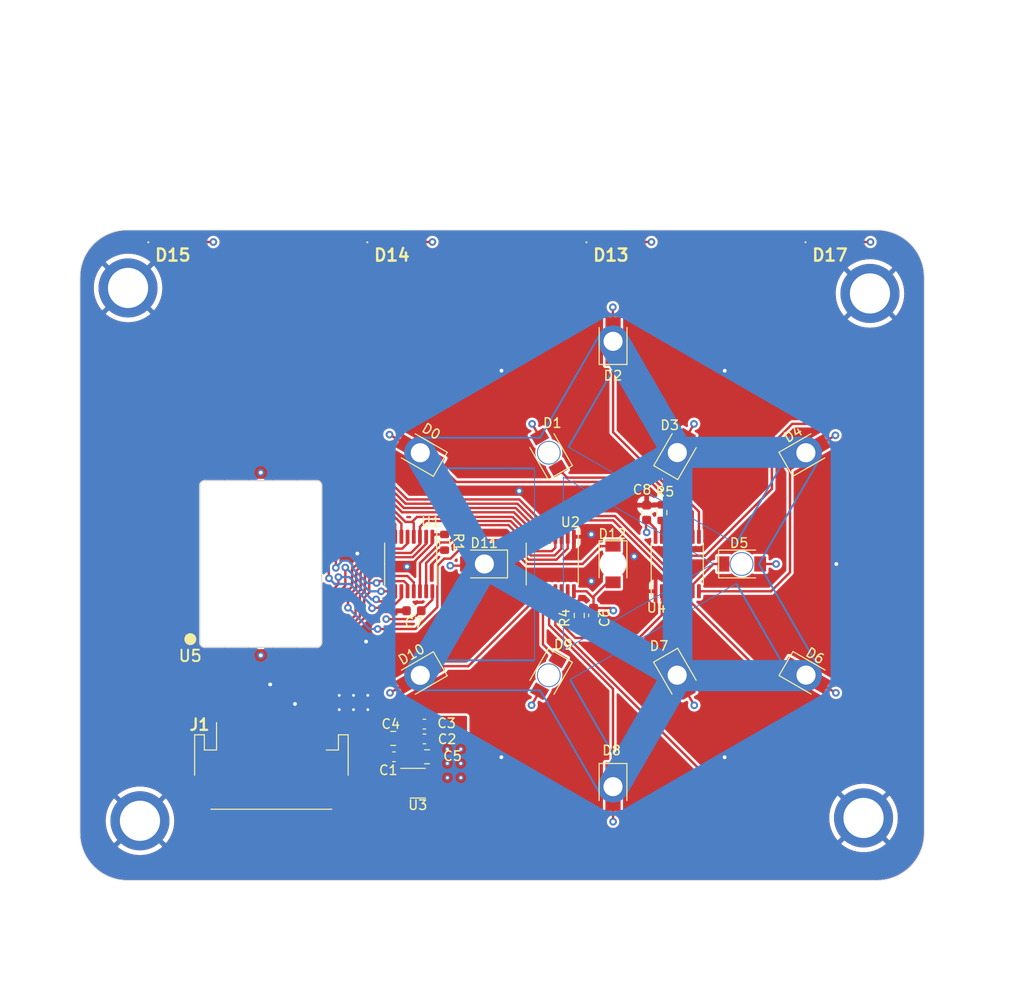
<source format=kicad_pcb>
(kicad_pcb (version 20221018) (generator pcbnew)
  (layers (0 "F.Cu" signal) (1 "In1.Cu" signal) (2 "In2.Cu" signal) (31 "B.Cu" signal) (34 "B.Paste" user) (35 "F.Paste" user) (36 "B.SilkS" user "B.Silkscreen") (37 "F.SilkS" user "F.Silkscreen") (38 "B.Mask" user) (39 "F.Mask" user) (44 "Edge.Cuts" user))
  (net 0 "")
  (net 1 "GND")
  (net 2 "+5V")
  (net 3 "+3V3")
  (net 4 "OE")
  (net 5 "LE")
  (net 6 "SDI")
  (net 7 "CLK")
  (net 8 "LED12")
  (net 9 "G")
  (net 10 "F")
  (net 11 "E")
  (net 12 "D")
  (net 13 "C")
  (net 14 "B")
  (net 15 "A")
  (net 16 "/Net-(U3-SDI)")
  (net 17 "LED13")
  (net 18 "LED14")
  (net 19 "LED15")
  (net 20 "LED16")
  (net 21 "LED11")
  (net 22 "LED10")
  (net 23 "LED9")
  (net 24 "LED8")
  (net 25 "LED7")
  (net 26 "LED6")
  (net 27 "LED5")
  (net 28 "LED4")
  (net 29 "LED3")
  (net 30 "LED2")
  (net 31 "LED1")
  (net 32 "LED0")
  (net 36 "DP")
  (net 37 "Net-(U1-R-EXT)")
  (net 38 "Net-(U2-R-EXT)")
  (net 39 "Net-(U4-R-EXT)")
  (net 40 "Net-(U2-SDO)")
  (footprint "Capacitor_SMD:C_0805_2012Metric" (layer "F.Cu") (at 80.619601 86.650601)
    (fp_text reference "C5")
    (fp_text value "10u")
  )
  (footprint "d-lev:LED_1206_3216Metric_ReverseMount_Hole1.8x2.4mm" (layer "F.Cu") (at 100.145037 66.395492 -90)
    (fp_text reference "D12")
    (fp_text value "LTST-C250TBKT")
  )
  (footprint "d-lev:LED_1206_3216Metric_ReverseMount_Hole1.8x2.4mm" (layer "F.Cu") (at 79.9084 54.7116 150)
    (fp_text reference "D0")
    (fp_text value "LTST-C250TBKT")
  )
  (footprint "Capacitor_SMD:C_0603_1608Metric" (layer "F.Cu") (at 80.3407 83.216804)
    (fp_text reference "C3")
    (fp_text value "1u")
  )
  (footprint "Capacitor_SMD:C_0603_1608Metric" (layer "F.Cu") (at 79.24 71.31 180)
    (fp_text reference "C7")
    (fp_text value ".1u")
  )
  (footprint "d-lev:SMTSO-M3" (layer "F.Cu") (at 49.225 37.4)
    (fp_text reference "H3" hide)
    (fp_text value "SMTSO-M3-2ET" hide)
  )
  (footprint "d-lev:LED_1206_3216Metric_ReverseMount_Hole1.8x2.4mm" (layer "F.Cu") (at 93.40615 78.09564 -120)
    (fp_text reference "D9")
    (fp_text value "LTST-C250TBKT")
  )
  (footprint "Resistor_SMD:R_0603_1608Metric" (layer "F.Cu") (at 96.6 71.8 -90)
    (fp_text reference "R4")
    (fp_text value "4.7k")
  )
  (footprint "d-lev:LED_1206_3216Metric_ReverseMount_Hole1.8x2.4mm" (layer "F.Cu") (at 100.152201 43.006801 90)
    (fp_text reference "D2")
    (fp_text value "LTST-C250TBKT")
  )
  (footprint "Package_SO:TSSOP-16_4.4x5mm_P0.65mm" (layer "F.Cu") (at 106.890774 66.4012 90)
    (fp_text reference "U4")
    (fp_text value "STP08CP05")
  )
  (footprint "d-lev:LED_1206_3216Metric_ReverseMount_Hole1.8x2.4mm" (layer "F.Cu") (at 120.396 54.7116 30)
    (fp_text reference "D4")
    (fp_text value "LTST-C250TBKT")
  )
  (footprint "d-lev:LED_1206_3216Metric_ReverseMount_Hole1.8x2.4mm" (layer "F.Cu") (at 106.89825 54.695561 60)
    (fp_text reference "D3")
    (fp_text value "LTST-C250TBKT")
  )
  (footprint "d-lev:DSM7TA56" (layer "F.Cu") (at 63.162843 66.395492)
    (fp_text reference "U5")
    (fp_text value "DSM7TA56")
    (fp_line (start -6.4 8.25) (end -6.4 -8.25) (stroke (width 0.1)) (layer "Edge.Cuts"))
    (fp_line (start -5.9 -8.75) (end 5.9 -8.75) (stroke (width 0.1)) (layer "Edge.Cuts"))
    (fp_line (start 5.9 8.75) (end -5.9 8.75) (stroke (width 0.1)) (layer "Edge.Cuts"))
    (fp_line (start 6.4 -8.25) (end 6.4 8.25) (stroke (width 0.1)) (layer "Edge.Cuts"))
    (fp_arc (start -6.4 -8.25) (mid -6.253553 -8.603553) (end -5.9 -8.75) (stroke (width 0.1)) (layer "Edge.Cuts"))
    (fp_arc (start -5.9 8.75) (mid -6.253553 8.603553) (end -6.4 8.25) (stroke (width 0.1)) (layer "Edge.Cuts"))
    (fp_arc (start 5.9 -8.75) (mid 6.253553 -8.603553) (end 6.4 -8.25) (stroke (width 0.1)) (layer "Edge.Cuts"))
    (fp_arc (start 6.4 8.25) (mid 6.253553 8.603553) (end 5.9 8.75) (stroke (width 0.1)) (layer "Edge.Cuts"))
  )
  (footprint "d-lev:JST_PH_S6B-PH-SM4-TB_1x06-1MP_P2.00mm_Horizontal" (layer "F.Cu") (at 64.275 87.65)
    (fp_text reference "J1")
    (fp_text value "S6B-PH-SM4-TB")
  )
  (footprint "d-lev:S220TBKT" (layer "F.Cu") (at 76.9 32.6)
    (fp_text reference "D14")
    (fp_text value "LTST-S220TBKT" hide)
  )
  (footprint "Package_TO_SOT_SMD:SOT-23-5" (layer "F.Cu") (at 79.644599 89.425601)
    (fp_text reference "U3")
    (fp_text value "AP2112K-3.3")
  )
  (footprint "d-lev:S220TBKT" (layer "F.Cu") (at 53.9 32.6)
    (fp_text reference "D15")
    (fp_text value "LTST-S220TBKT" hide)
  )
  (footprint "Capacitor_SMD:C_0603_1608Metric" (layer "F.Cu") (at 103.675 61 90)
    (fp_text reference "C8")
    (fp_text value ".1u")
  )
  (footprint "d-lev:SMTSO-M3" (layer "F.Cu") (at 127.125 37.975)
    (fp_text reference "H2" hide)
    (fp_text value "SMTSO-M3-2ET" hide)
  )
  (footprint "d-lev:LED_1206_3216Metric_ReverseMount_Hole1.8x2.4mm" (layer "F.Cu") (at 106.8832 78.0796 -60)
    (fp_text reference "D7")
    (fp_text value "LTST-C250TBKT")
  )
  (footprint "d-lev:LED_1206_3216Metric_ReverseMount_Hole1.8x2.4mm" (layer "F.Cu") (at 86.6394 66.395492 180)
    (fp_text reference "D11")
    (fp_text value "LTST-C250TBKT")
  )
  (footprint "Capacitor_SMD:C_0603_1608Metric" (layer "F.Cu") (at 80.344596 84.775606)
    (fp_text reference "C2")
    (fp_text value ".1u")
  )
  (footprint "Resistor_SMD:R_0603_1608Metric" (layer "F.Cu") (at 82.46 64.12 90)
    (fp_text reference "R1")
    (fp_text value "4.7k")
  )
  (footprint "d-lev:LED_1206_3216Metric_ReverseMount_Hole1.8x2.4mm" (layer "F.Cu") (at 79.9084 78.09465 -150)
    (fp_text reference "D10")
    (fp_text value "LTST-C250TBKT")
  )
  (footprint "d-lev:LED_1206_3216Metric_ReverseMount_Hole1.8x2.4mm" (layer "F.Cu") (at 113.665 66.395492)
    (fp_text reference "D5")
    (fp_text value "LTST-C250TBKT")
  )
  (footprint "d-lev:SMTSO-M3" (layer "F.Cu") (at 50.475 93.375)
    (fp_text reference "H4" hide)
    (fp_text value "SMTSO-M3-2ET" hide)
  )
  (footprint "Capacitor_SMD:C_0805_2012Metric" (layer "F.Cu") (at 77.0696 84.7206 180)
    (fp_text reference "C4")
    (fp_text value "10u")
  )
  (footprint "Package_SO:TSSOP-16_4.4x5mm_P0.65mm" (layer "F.Cu") (at 93.764035 66.4012 -90)
    (fp_text reference "U2")
    (fp_text value "STP08CP05")
  )
  (footprint "d-lev:S220TBKT" (layer "F.Cu") (at 99.9 32.6)
    (fp_text reference "D13")
    (fp_text value "LTST-S220TBKT" hide)
  )
  (footprint "LOGO" (layer "F.Cu") (at 63.418655 44.842744)
    (fp_text reference "G***" hide)
    (fp_text value "LOGO" hide)
  )
  (footprint "Package_SO:TSSOP-16_4.4x5mm_P0.65mm" (layer "F.Cu") (at 78.9 66.4 -90)
    (fp_text reference "U1")
    (fp_text value "STP08CP05")
  )
  (footprint "d-lev:LED_1206_3216Metric_ReverseMount_Hole1.8x2.4mm" (layer "F.Cu") (at 100.145037 89.789 -90)
    (fp_text reference "D8")
    (fp_text value "LTST-C250TBKT")
  )
  (footprint "d-lev:SMTSO-M3" (layer "F.Cu") (at 126.45 93.075)
    (fp_text reference "H1" hide)
    (fp_text value "SMTSO-M3-2ET" hide)
  )
  (footprint "d-lev:LED_1206_3216Metric_ReverseMount_Hole1.8x2.4mm" (layer "F.Cu") (at 120.41204 78.06925 -30)
    (fp_text reference "D6")
    (fp_text value "LTST-C250TBKT")
  )
  (footprint "Resistor_SMD:R_0603_1608Metric" (layer "F.Cu") (at 105.275 61 90)
    (fp_text reference "R5")
    (fp_text value "4.7k")
  )
  (footprint "Capacitor_SMD:C_0603_1608Metric" (layer "F.Cu") (at 77.144604 86.650604 180)
    (fp_text reference "C1")
    (fp_text value "1u")
  )
  (footprint "Capacitor_SMD:C_0603_1608Metric" (layer "F.Cu") (at 98.1 71.8 -90)
    (fp_text reference "C6")
    (fp_text value ".1u")
  )
  (footprint "d-lev:S220TBKT" (layer "F.Cu") (at 122.9 32.6)
    (fp_text reference "D17")
    (fp_text value "LTST-S220TBKT" hide)
  )
  (footprint "d-lev:LED_1206_3216Metric_ReverseMount_Hole1.8x2.4mm" (layer "F.Cu") (at 93.40615 54.695561 120)
    (fp_text reference "D1")
    (fp_text value "LTST-C250TBKT")
  )
  (footprint "art:star-pattern" (layer "B.Cu") (at 100.1522 66.3956 180)
    (fp_text reference "REF**" hide)
    (fp_text value "star-pattern" hide)
  )
  (gr_line (start 44.15 94.66) (end 44.15 36.28) (stroke (width 0.05)) (layer "Edge.Cuts"))
  (gr_line (start 49.15 31.28) (end 127.85 31.28) (stroke (width 0.05)) (layer "Edge.Cuts"))
  (gr_arc (start 49.15 99.66) (mid 45.614466 98.195534) (end 44.15 94.66) (stroke (width 0.05)) (layer "Edge.Cuts"))
  (gr_arc (start 44.15 36.28) (mid 45.614466 32.744466) (end 49.15 31.28) (stroke (width 0.05)) (layer "Edge.Cuts"))
  (gr_line (start 132.85 36.28) (end 132.85 94.66) (stroke (width 0.05)) (layer "Edge.Cuts"))
  (gr_arc (start 127.85 31.28) (mid 131.385534 32.744466) (end 132.85 36.28) (stroke (width 0.05)) (layer "Edge.Cuts"))
  (gr_line (start 127.85 99.66) (end 49.15 99.66) (stroke (width 0.05)) (layer "Edge.Cuts"))
  (gr_arc (start 132.85 94.66) (mid 131.385534 98.195534) (end 127.85 99.66) (stroke (width 0.05)) (layer "Edge.Cuts"))
  (segment (start 82.46 63.295) (end 81.4175 63.295) (width 0.25) (layer "F.Cu") (net 1))
  (segment (start 103.675 60.225) (end 105.225 60.225) (width 0.25) (layer "F.Cu") (net 1))
  (segment (start 81.4175 63.295) (end 81.175 63.5375) (width 0.25) (layer "F.Cu") (net 1))
  (segment (start 78.762102 66.675) (end 81.175 64.262102) (width 0.25) (layer "F.Cu") (net 1))
  (segment (start 81.175 64.262102) (end 81.175 63.5375) (width 0.25) (layer "F.Cu") (net 1))
  (segment (start 75.654397 71.45) (end 75.094781 72.009616) (width 0.25) (layer "F.Cu") (net 1))
  (segment (start 78.5114 66.675) (end 78.762102 66.675) (width 0.25) (layer "F.Cu") (net 1))
  (segment (start 75.094781 72.009616) (end 74.2188 72.885597) (width 0.25) (layer "F.Cu") (net 1))
  (segment (start 74.2188 72.885597) (end 74.2188 74.549) (width 0.25) (layer "F.Cu") (net 1))
  (segment (start 78.325 71.45) (end 75.654397 71.45) (width 0.25) (layer "F.Cu") (net 1))
  (via (at 64.15 79.05) (size 0.8) (drill 0.4) (layers "F.Cu" "B.Cu") (net 1))
  (via (at 88.424091 86.695437) (size 0.8) (drill 0.4) (layers "F.Cu" "B.Cu") (net 1))
  (via (at 90.297 58.7248) (size 0.8) (drill 0.4) (layers "F.Cu" "B.Cu") (net 1))
  (via (at 97.8662 68.199) (size 0.8) (drill 0.4) (layers "F.Cu" "B.Cu") (net 1))
  (via (at 111.867314 86.700403) (size 0.8) (drill 0.4) (layers "F.Cu" "B.Cu") (net 1))
  (via (at 123.593225 66.400456) (size 0.8) (drill 0.4) (layers "F.Cu" "B.Cu") (net 1))
  (via (at 72.900001 80.200002) (size 0.6) (drill 0.3) (layers "F.Cu" "B.Cu") (net 1))
  (via (at 88.432687 46.090583) (size 0.8) (drill 0.4) (layers "F.Cu" "B.Cu") (net 1))
  (via (at 74.4 81.7) (size 0.6) (drill 0.3) (layers "F.Cu" "B.Cu") (net 1))
  (via (at 66.75 81.1) (size 0.8) (drill 0.4) (layers "F.Cu" "B.Cu") (net 1))
  (via (at 97.8662 63.2847) (size 0.8) (drill 0.4) (layers "F.Cu" "B.Cu") (net 1))
  (via (at 73.3 65.3) (size 0.8) (drill 0.4) (layers "F.Cu" "B.Cu") (net 1))
  (via (at 71.400001 80.2) (size 0.6) (drill 0.3) (layers "F.Cu" "B.Cu") (net 1))
  (via (at 71.400001 81.700003) (size 0.6) (drill 0.3) (layers "F.Cu" "B.Cu") (net 1))
  (via (at 72.899999 81.7) (size 0.6) (drill 0.3) (layers "F.Cu" "B.Cu") (net 1))
  (via (at 78.5114 66.675) (size 0.8) (drill 0.4) (layers "F.Cu" "B.Cu") (net 1))
  (via (at 74.400002 80.199996) (size 0.6) (drill 0.3) (layers "F.Cu" "B.Cu") (net 1))
  (via (at 102.3662 65.600925) (size 0.8) (drill 0.4) (layers "F.Cu" "B.Cu") (net 1))
  (via (at 111.875911 46.095546) (size 0.8) (drill 0.4) (layers "F.Cu" "B.Cu") (net 1))
  (via (at 74.2188 74.549) (size 0.8) (drill 0.4) (layers "F.Cu" "B.Cu") (net 1))
  (segment (start 76.369604 86.883752) (end 77.911453 88.425601) (width 1) (layer "F.Cu") (net 2))
  (segment (start 77.946071 88.475601) (end 78.507099 88.475601) (width 0.5) (layer "F.Cu") (net 2))
  (segment (start 77.394599 89.824129) (end 77.394599 89.027073) (width 0.5) (layer "F.Cu") (net 2))
  (segment (start 77.946071 90.375601) (end 77.394599 89.824129) (width 0.5) (layer "F.Cu") (net 2))
  (segment (start 77.394599 89.027073) (end 77.946071 88.475601) (width 0.5) (layer "F.Cu") (net 2))
  (segment (start 76.369604 86.650604) (end 76.369604 85.129404) (width 1) (layer "F.Cu") (net 2))
  (segment (start 76.0402 84.8) (end 76.1196 84.7206) (width 1) (layer "F.Cu") (net 2))
  (segment (start 77.911453 88.425601) (end 78.457099 88.425601) (width 1) (layer "F.Cu") (net 2))
  (segment (start 76.369604 85.129404) (end 76.0402 84.8) (width 1) (layer "F.Cu") (net 2))
  (segment (start 76.369604 86.650604) (end 76.369604 86.883752) (width 1) (layer "F.Cu") (net 2))
  (segment (start 69.275 84.8) (end 76.0402 84.8) (width 1) (layer "F.Cu") (net 2))
  (segment (start 78.507099 90.375601) (end 77.946071 90.375601) (width 0.5) (layer "F.Cu") (net 2))
  (segment (start 80.015 71.31) (end 79.1382 72.1868) (width 0.25) (layer "F.Cu") (net 3))
  (segment (start 98.1 69.8194) (end 98.1 69.995492) (width 0.25) (layer "F.Cu") (net 3))
  (segment (start 78.4 32.57) (end 81.18 32.57) (width 0.25) (layer "F.Cu") (net 3))
  (segment (start 107.835626 79.791971) (end 108.673973 81.244029) (width 0.25) (layer "F.Cu") (net 3))
  (segment (start 98.1 69.995492) (end 98.1 71.025) (width 0.25) (layer "F.Cu") (net 3))
  (segment (start 123.499059 52.882654) (end 123.499206 52.882693) (width 0.25) (layer "F.Cu") (net 3))
  (segment (start 81.175 69.2625) (end 81.175 70.15) (width 0.25) (layer "F.Cu") (net 3))
  (segment (start 103.675 61.775) (end 104.615774 62.715774) (width 0.25) (layer "F.Cu") (net 3))
  (segment (start 98.1 71.025) (end 99.9048 71.025) (width 0.25) (layer "F.Cu") (net 3))
  (segment (start 103.684459 63.081554) (end 103.6066 63.003695) (width 0.25) (layer "F.Cu") (net 3))
  (segment (start 100.152199 91.7956) (end 100.1522 93.472292) (width 0.25) (layer "F.Cu") (net 3))
  (segment (start 98.1 69.995492) (end 97.368208 69.2637) (width 0.25) (layer "F.Cu") (net 3))
  (segment (start 81.175 70.15) (end 80.015 71.31) (width 0.25) (layer "F.Cu") (net 3))
  (segment (start 117.271692 66.395492) (end 117.2718 66.3956) (width 0.25) (layer "F.Cu") (net 3))
  (segment (start 92.49187 53.128909) (end 91.653525 51.676851) (width 0.25) (layer "F.Cu") (net 3))
  (segment (start 78.1812 79.0956) (end 76.729143 79.933946) (width 0.25) (layer "F.Cu") (net 3))
  (segment (start 115.594999 66.395492) (end 117.271692 66.395492) (width 0.25) (layer "F.Cu") (net 3))
  (segment (start 100.1268 41.0972) (end 100.126801 39.420508) (width 0.25) (layer "F.Cu") (net 3))
  (segment (start 101.4 32.57) (end 104.18 32.57) (width 0.25) (layer "F.Cu") (net 3))
  (segment (start 99.643909 68.275491) (end 98.1 69.8194) (width 0.25) (layer "F.Cu") (net 3))
  (segment (start 55.4 32.57) (end 58.18 32.57) (width 0.25) (layer "F.Cu") (net 3))
  (segment (start 122.047 53.721) (end 123.499059 52.882654) (width 0.25) (layer "F.Cu") (net 3))
  (segment (start 79.1382 72.1868) (end 76.327 72.1868) (width 0.25) (layer "F.Cu") (net 3))
  (segment (start 92.4306 79.7814) (end 91.592255 81.233458) (width 0.25) (layer "F.Cu") (net 3))
  (segment (start 97.368208 69.2637) (end 96.039035 69.2637) (width 0.25) (layer "F.Cu") (net 3))
  (segment (start 127.18 32.57) (end 124.4 32.57) (width 0.25) (layer "F.Cu") (net 3))
  (segment (start 78.1304 53.6448) (end 76.678343 52.806454) (width 0.25) (layer "F.Cu") (net 3))
  (segment (start 103.6066 63.003695) (end 103.6066 61.8434) (width 0.25) (layer "F.Cu") (net 3))
  (segment (start 107.81188 53.129923) (end 108.650226 51.677865) (width 0.25) (layer "F.Cu") (net 3))
  (segment (start 84.734545 66.5734) (end 83.057854 66.5734) (width 0.25) (layer "F.Cu") (net 3))
  (segment (start 122.0978 79.0956) (end 123.549859 79.933946) (width 0.25) (layer "F.Cu") (net 3))
  (segment (start 104.615774 63.5387) (end 104.615774 62.715774) (width 0.25) (layer "F.Cu") (net 3))
  (segment (start 99.9048 71.025) (end 100.1776 71.2978) (width 0.25) (layer "F.Cu") (net 3))
  (via (at 82.7532 87.3506) (size 0.6) (drill 0.3) (layers "F.Cu" "B.Cu") (net 3))
  (via (at 100.152095 93.472401) (size 0.8) (drill 0.4) (layers "F.Cu" "B.Cu") (net 3))
  (via (at 108.650373 51.677824) (size 0.8) (drill 0.4) (layers "F.Cu" "B.Cu") (net 3))
  (via (at 58.18 32.57) (size 0.8) (drill 0.4) (layers "F.Cu" "B.Cu") (net 3))
  (via (at 84.169604 88.850602) (size 0.6) (drill 0.3) (layers "F.Cu" "B.Cu") (net 3))
  (via (at 63.162843 56.795492) (size 0.8) (drill 0.4) (layers "F.Cu" "B.Cu") (net 3))
  (via (at 63.162843 75.995492) (size 0.8) (drill 0.4) (layers "F.Cu" "B.Cu") (net 3))
  (via (at 76.678303 52.806306) (size 0.8) (drill 0.4) (layers "F.Cu" "B.Cu") (net 3))
  (via (at 91.592108 81.233498) (size 0.8) (drill 0.4) (layers "F.Cu" "B.Cu") (net 3))
  (via (at 108.673936 81.244176) (size 0.8) (drill 0.4) (layers "F.Cu" "B.Cu") (net 3))
  (via (at 83.057743 66.573295) (size 0.8) (drill 0.4) (layers "F.Cu" "B.Cu") (net 3))
  (via (at 84.165703 85.850602) (size 0.6) (drill 0.3) (layers "F.Cu" "B.Cu") (net 3))
  (via (at 117.2718 66.3956) (size 0.8) (drill 0.4) (layers "F.Cu" "B.Cu") (net 3))
  (via (at 104.18 32.57) (size 0.8) (drill 0.4) (layers "F.Cu" "B.Cu") (net 3))
  (via (at 82.753202 85.850601) (size 0.6) (drill 0.3) (layers "F.Cu" "B.Cu") (net 3))
  (via (at 76.327 72.1868) (size 0.8) (drill 0.4) (layers "F.Cu" "B.Cu") (net 3))
  (via (at 84.165703 87.350601) (size 0.6) (drill 0.3) (layers "F.Cu" "B.Cu") (net 3))
  (via (at 76.728995 79.933907) (size 0.8) (drill 0.4) (layers "F.Cu" "B.Cu") (net 3))
  (via (at 103.684459 63.081554) (size 0.8) (drill 0.4) (layers "F.Cu" "B.Cu") (net 3))
  (via (at 127.18 32.57) (size 0.8) (drill 0.4) (layers "F.Cu" "B.Cu") (net 3))
  (via (at 123.499206 52.882693) (size 0.8) (drill 0.4) (layers "F.Cu" "B.Cu") (net 3))
  (via (at 81.18 32.57) (size 0.8) (drill 0.4) (layers "F.Cu" "B.Cu") (net 3))
  (via (at 100.126906 39.420398) (size 0.8) (drill 0.4) (layers "F.Cu" "B.Cu") (net 3))
  (via (at 100.1776 71.2978) (size 0.8) (drill 0.4) (layers "F.Cu" "B.Cu") (net 3))
  (via (at 91.653564 51.676703) (size 0.8) (drill 0.4) (layers "F.Cu" "B.Cu") (net 3))
  (via (at 123.549899 79.934093) (size 0.8) (drill 0.4) (layers "F.Cu" "B.Cu") (net 3))
  (via (at 82.757101 88.850601) (size 0.6) (drill 0.3) (layers "F.Cu" "B.Cu") (net 3))
  (segment (start 125.475 79.7062) (end 125.475 53.4914) (width 0.25) (layer "F.Cu") (net 4))
  (segment (start 74.015 72.081412) (end 72.8582 73.238212) (width 0.25) (layer "F.Cu") (net 4))
  (segment (start 68.31 87.5) (end 67.7228 88.0872) (width 0.25) (layer "F.Cu") (net 4))
  (segment (start 106.565774 64.681174) (end 106.565774 63.5387) (width 0.25) (layer "F.Cu") (net 4))
  (segment (start 68.31 81.99) (end 68.31 87.5) (width 0.25) (layer "F.Cu") (net 4))
  (segment (start 111.7898 90.53) (end 113.16 90.53) (width 0.25) (layer "F.Cu") (net 4))
  (segment (start 79.225 69.2625) (end 79.225 68.325451) (width 0.25) (layer "F.Cu") (net 4))
  (segment (start 109.8042 65.532) (end 107.4166 65.532) (width 0.25) (layer "F.Cu") (net 4))
  (segment (start 74.987031 67.660059) (end 74.546393 68.100697) (width 0.25) (layer "F.Cu") (net 4))
  (segment (start 79.225 68.325451) (end 78.559608 67.660059) (width 0.25) (layer "F.Cu") (net 4))
  (segment (start 107.4166 65.532) (end 106.565774 64.681174) (width 0.25) (layer "F.Cu") (net 4))
  (segment (start 74.546393 69.412031) (end 74.015 69.943424) (width 0.25) (layer "F.Cu") (net 4))
  (segment (start 125.475 53.4914) (end 123.6586 51.675) (width 0.25) (layer "F.Cu") (net 4))
  (segment (start 113.16 90.53) (end 112.5938 90.53) (width 0.25) (layer "F.Cu") (net 4))
  (segment (start 116.825 58.5112) (end 109.8042 65.532) (width 0.25) (layer "F.Cu") (net 4))
  (segment (start 67.7228 88.0872) (end 62.6372 88.0872) (width 0.25) (layer "F.Cu") (net 4))
  (segment (start 74.015 69.943424) (end 74.015 72.081412) (width 0.25) (layer "F.Cu") (net 4))
  (segment (start 67.6656 91.3384) (end 67.6656 88.1444) (width 0.25) (layer "F.Cu") (net 4))
  (segment (start 78.559608 67.660059) (end 74.987031 67.660059) (width 0.25) (layer "F.Cu") (net 4))
  (segment (start 123.6586 51.675) (end 118.975 51.675) (width 0.25) (layer "F.Cu") (net 4))
  (segment (start 72.8582 77.4418) (end 68.31 81.99) (width 0.25) (layer "F.Cu") (net 4))
  (segment (start 108.0262 95.0976) (end 71.4248 95.0976) (width 0.25) (layer "F.Cu") (net 4))
  (segment (start 62.6372 88.0872) (end 61.275 86.725) (width 0.25) (layer "F.Cu") (net 4))
  (segment (start 118.975 51.675) (end 116.825 53.825) (width 0.25) (layer "F.Cu") (net 4))
  (segment (start 116.825 53.825) (end 116.825 58.5112) (width 0.25) (layer "F.Cu") (net 4))
  (segment (start 112.5938 90.53) (end 108.0262 95.0976) (width 0.25) (layer "F.Cu") (net 4))
  (segment (start 67.6656 88.1444) (end 67.7228 88.0872) (width 0.25) (layer "F.Cu") (net 4))
  (segment (start 94.089035 69.2637) (end 94.089035 72.829235) (width 0.25) (layer "F.Cu") (net 4))
  (segment (start 74.546393 68.100697) (end 74.546393 69.412031) (width 0.25) (layer "F.Cu") (net 4))
  (segment (start 113.16 90.53) (end 114.6512 90.53) (width 0.25) (layer "F.Cu") (net 4))
  (segment (start 114.6512 90.53) (end 125.475 79.7062) (width 0.25) (layer "F.Cu") (net 4))
  (segment (start 94.089035 72.829235) (end 111.7898 90.53) (width 0.25) (layer "F.Cu") (net 4))
  (segment (start 72.8582 73.238212) (end 72.8582 77.4418) (width 0.25) (layer "F.Cu") (net 4))
  (segment (start 61.275 86.725) (end 61.275 84.8) (width 0.25) (layer "F.Cu") (net 4))
  (segment (start 71.4248 95.0976) (end 67.6656 91.3384) (width 0.25) (layer "F.Cu") (net 4))
  (segment (start 79.566901 61.453899) (end 89.594339 61.453899) (width 0.25) (layer "F.Cu") (net 5))
  (segment (start 56.22 55.53) (end 57.870202 53.879798) (width 0.25) (layer "F.Cu") (net 5))
  (segment (start 106.565774 69.2637) (end 106.565774 67.576774) (width 0.25) (layer "F.Cu") (net 5))
  (segment (start 106.565774 67.576774) (end 100.3554 61.3664) (width 0.25) (layer "F.Cu") (net 5))
  (segment (start 63.275 79.875) (end 62.1 78.7) (width 0.25) (layer "F.Cu") (net 5))
  (segment (start 94.089035 62.196475) (end 94.089035 63.5387) (width 0.25) (layer "F.Cu") (net 5))
  (segment (start 90.678 64.066206) (end 91.661194 65.0494) (width 0.25) (layer "F.Cu") (net 5))
  (segment (start 79.225 63.5375) (end 79.225 62.842) (width 0.25) (layer "F.Cu") (net 5))
  (segment (start 91.661194 65.0494) (end 93.726 65.0494) (width 0.25) (layer "F.Cu") (net 5))
  (segment (start 78.344802 61.976) (end 79.0956 61.976) (width 0.25) (layer "F.Cu") (net 5))
  (segment (start 100.3554 61.3664) (end 94.91911 61.3664) (width 0.25) (layer "F.Cu") (net 5))
  (segment (start 90.678 62.53756) (end 90.678 64.066206) (width 0.25) (layer "F.Cu") (net 5))
  (segment (start 94.089035 64.686365) (end 94.089035 63.5387) (width 0.25) (layer "F.Cu") (net 5))
  (segment (start 70.2486 53.879798) (end 78.344802 61.976) (width 0.25) (layer "F.Cu") (net 5))
  (segment (start 79.0956 61.9252) (end 79.566901 61.453899) (width 0.25) (layer "F.Cu") (net 5))
  (segment (start 89.594339 61.453899) (end 90.678 62.53756) (width 0.25) (layer "F.Cu") (net 5))
  (segment (start 79.0956 61.976) (end 79.0956 61.9252) (width 0.25) (layer "F.Cu") (net 5))
  (segment (start 63.275 84.8) (end 63.275 79.875) (width 0.25) (layer "F.Cu") (net 5))
  (segment (start 93.726 65.0494) (end 94.089035 64.686365) (width 0.25) (layer "F.Cu") (net 5))
  (segment (start 57.870202 53.879798) (end 70.2486 53.879798) (width 0.25) (layer "F.Cu") (net 5))
  (segment (start 79.225 62.1054) (end 79.0956 61.976) (width 0.25) (layer "F.Cu") (net 5))
  (segment (start 62.1 78.7) (end 57.94 78.7) (width 0.25) (layer "F.Cu") (net 5))
  (segment (start 94.91911 61.3664) (end 94.089035 62.196475) (width 0.25) (layer "F.Cu") (net 5))
  (segment (start 56.22 76.98) (end 56.22 55.53) (width 0.25) (layer "F.Cu") (net 5))
  (segment (start 79.225 63.5375) (end 79.225 62.1054) (width 0.25) (layer "F.Cu") (net 5))
  (segment (start 57.94 78.7) (end 56.22 76.98) (width 0.25) (layer "F.Cu") (net 5))
  (segment (start 72.4082 77.198601) (end 72.4082 73.080806) (width 0.25) (layer "F.Cu") (net 6))
  (segment (start 74.096892 68.828218) (end 74.096892 67.482708) (width 0.25) (layer "F.Cu") (net 6))
  (segment (start 70.606801 79) (end 72.4082 77.198601) (width 0.25) (layer "F.Cu") (net 6))
  (segment (start 74.076892 69.274126) (end 74.076892 68.848218) (width 0.25) (layer "F.Cu") (net 6))
  (segment (start 65.275 80.26069) (end 66.53569 79) (width 0.25) (layer "F.Cu") (net 6))
  (segment (start 79.116306 65.6844) (end 80.525 64.275706) (width 0.25) (layer "F.Cu") (net 6))
  (segment (start 73.565499 71.923507) (end 73.565499 69.785519) (width 0.25) (layer "F.Cu") (net 6))
  (segment (start 66.53569 79) (end 70.606801 79) (width 0.25) (layer "F.Cu") (net 6))
  (segment (start 72.4082 73.080806) (end 73.565499 71.923507) (width 0.25) (layer "F.Cu") (net 6))
  (segment (start 75.8952 65.6844) (end 79.116306 65.6844) (width 0.25) (layer "F.Cu") (net 6))
  (segment (start 74.076892 68.848218) (end 74.096892 68.828218) (width 0.25) (layer "F.Cu") (net 6))
  (segment (start 80.525 64.275706) (end 80.525 63.5375) (width 0.25) (layer "F.Cu") (net 6))
  (segment (start 65.275 84.8) (end 65.275 80.26069) (width 0.25) (layer "F.Cu") (net 6))
  (segment (start 74.096892 67.482708) (end 75.8952 65.6844) (width 0.25) (layer "F.Cu") (net 6))
  (segment (start 73.565499 69.785519) (end 74.076892 69.274126) (width 0.25) (layer "F.Cu") (net 6))
  (segment (start 78.929411 65.234899) (end 79.875 64.28931) (width 0.25) (layer "F.Cu") (net 7))
  (segment (start 100.169211 61.815901) (end 105.915774 67.562464) (width 0.25) (layer "F.Cu") (net 7))
  (segment (start 70.419906 78.550499) (end 71.9582 77.012205) (width 0.25) (layer "F.Cu") (net 7))
  (segment (start 94.013099 65.498901) (end 91.503289 65.498901) (width 0.25) (layer "F.Cu") (net 7))
  (segment (start 73.115 71.7666) (end 73.115 69.628612) (width 0.25) (layer "F.Cu") (net 7))
  (segment (start 75.709011 65.234899) (end 78.929411 65.234899) (width 0.25) (layer "F.Cu") (net 7))
  (segment (start 94.7166 64.284106) (end 94.7166 64.7954) (width 0.25) (layer "F.Cu") (net 7))
  (segment (start 64.825 82.225) (end 64.825 80.075) (width 0.25) (layer "F.Cu") (net 7))
  (segment (start 73.115 69.628612) (end 73.647391 69.096221) (width 0.25) (layer "F.Cu") (net 7))
  (segment (start 94.739035 63.5387) (end 94.739035 64.261671) (width 0.25) (layer "F.Cu") (net 7))
  (segment (start 64.25 82.8) (end 64.825 82.225) (width 0.25) (layer "F.Cu") (net 7))
  (segment (start 64.25 86.65) (end 64.25 82.8) (width 0.25) (layer "F.Cu") (net 7))
  (segment (start 79.875 64.28931) (end 79.875 63.5375) (width 0.25) (layer "F.Cu") (net 7))
  (segment (start 105.915774 67.562464) (end 105.915774 69.2637) (width 0.25) (layer "F.Cu") (net 7))
  (segment (start 94.7166 64.7954) (end 94.013099 65.498901) (width 0.25) (layer "F.Cu") (net 7))
  (segment (start 71.9582 72.9234) (end 73.115 71.7666) (width 0.25) (layer "F.Cu") (net 7))
  (segment (start 94.739035 64.261671) (end 94.7166 64.284106) (width 0.25) (layer "F.Cu") (net 7))
  (segment (start 73.647391 67.296519) (end 75.709011 65.234899) (width 0.25) (layer "F.Cu") (net 7))
  (segment (start 89.388649 61.883899) (end 80.483101 61.883899) (width 0.25) (layer "F.Cu") (net 7))
  (segment (start 90.248499 62.743749) (end 89.388649 61.883899) (width 0.25) (layer "F.Cu") (net 7))
  (segment (start 80.483101 61.883899) (end 79.875 62.492) (width 0.25) (layer "F.Cu") (net 7))
  (segment (start 64.825 80.075) (end 66.349501 78.550499) (width 0.25) (layer "F.Cu") (net 7))
  (segment (start 71.9582 77.012205) (end 71.9582 72.9234) (width 0.25) (layer "F.Cu") (net 7))
  (segment (start 66.349501 78.550499) (end 70.419906 78.550499) (width 0.25) (layer "F.Cu") (net 7))
  (segment (start 66.6 87.05) (end 64.65 87.05) (width 0.25) (layer "F.Cu") (net 7))
  (segment (start 94.739035 63.5387) (end 94.739035 62.563165) (width 0.25) (layer "F.Cu") (net 7))
  (segment (start 79.875 62.492) (end 79.875 63.5375) (width 0.25) (layer "F.Cu") (net 7))
  (segment (start 95.486299 61.815901) (end 100.169211 61.815901) (width 0.25) (layer "F.Cu") (net 7))
  (segment (start 64.65 87.05) (end 64.25 86.65) (width 0.25) (layer "F.Cu") (net 7))
  (segment (start 94.739035 62.563165) (end 95.486299 61.815901) (width 0.25) (layer "F.Cu") (net 7))
  (segment (start 73.647391 69.096221) (end 73.647391 67.296519) (width 0.25) (layer "F.Cu") (net 7))
  (segment (start 91.503289 65.498901) (end 90.248499 64.244111) (width 0.25) (layer "F.Cu") (net 7))
  (segment (start 90.248499 64.244111) (end 90.248499 62.743749) (width 0.25) (layer "F.Cu") (net 7))
  (segment (start 67.275 86.375) (end 66.6 87.05) (width 0.25) (layer "F.Cu") (net 7))
  (segment (start 73.17789 67.13033) (end 75.522822 64.785398) (width 0.25) (layer "F.Cu") (net 8))
  (segment (start 85.021549 63.898651) (end 83.0834 65.8368) (width 0.25) (layer "F.Cu") (net 8))
  (segment (start 81.7 66.5598) (end 81.7 70.93) (width 0.25) (layer "F.Cu") (net 8))
  (segment (start 78.575 64.226041) (end 78.575 63.5375) (width 0.25) (layer "F.Cu") (net 8))
  (segment (start 98.826907 64.520493) (end 96.949497 66.397903) (width 0.25) (layer "F.Cu") (net 8))
  (segment (start 83.0834 65.8368) (end 82.423 65.8368) (width 0.25) (layer "F.Cu") (net 8))
  (segment (start 72.3138 70.993) (end 72.3138 69.822406) (width 0.25) (layer "F.Cu") (net 8))
  (segment (start 73.17789 68.958316) (end 73.17789 67.13033) (width 0.25) (layer "F.Cu") (net 8))
  (segment (start 78.015643 64.785398) (end 78.575 64.226041) (width 0.25) (layer "F.Cu") (net 8))
  (segment (start 100.150001 64.520493) (end 98.826907 64.520493) (width 0.25) (layer "F.Cu") (net 8))
  (segment (start 81.7 70.93) (end 79.4018 73.2282) (width 0.25) (layer "F.Cu") (net 8))
  (segment (start 96.949497 66.397903) (end 91.102627 66.397903) (width 0.25) (layer "F.Cu") (net 8))
  (segment (start 91.102627 66.397903) (end 88.603375 63.898651) (width 0.25) (layer "F.Cu") (net 8))
  (segment (start 82.423 65.8368) (end 81.7 66.5598) (width 0.25) (layer "F.Cu") (net 8))
  (segment (start 88.603375 63.898651) (end 85.021549 63.898651) (width 0.25) (layer "F.Cu") (net 8))
  (segment (start 79.4018 73.2282) (end 75.438 73.2282) (width 0.25) (layer "F.Cu") (net 8))
  (segment (start 72.3138 69.822406) (end 73.17789 68.958316) (width 0.25) (layer "F.Cu") (net 8))
  (segment (start 75.522822 64.785398) (end 78.015643 64.785398) (width 0.25) (layer "F.Cu") (net 8))
  (via (at 75.438 73.2282) (size 0.8) (drill 0.4) (layers "F.Cu" "B.Cu") (net 8))
  (via (at 72.3138 70.993) (size 0.8) (drill 0.4) (layers "F.Cu" "B.Cu") (net 8))
  (segment (start 72.3138 70.993) (end 72.3392 70.993) (width 0.25) (layer "B.Cu") (net 8))
  (segment (start 74.5744 73.2282) (end 75.438 73.2282) (width 0.25) (layer "B.Cu") (net 8))
  (segment (start 72.3392 70.993) (end 74.5744 73.2282) (width 0.25) (layer "B.Cu") (net 8))
  (segment (start 70.2564 54.5084) (end 70.057798 54.309798) (width 0.25) (layer "F.Cu") (net 9))
  (segment (start 70.26909 54.5084) (end 70.2564 54.5084) (width 0.25) (layer "F.Cu") (net 9))
  (segment (start 60.568537 54.309798) (end 58.082843 56.795492) (width 0.25) (layer "F.Cu") (net 9))
  (segment (start 70.057798 54.309798) (end 60.568537 54.309798) (width 0.25) (layer "F.Cu") (net 9))
  (segment (start 77.925 62.16431) (end 70.26909 54.5084) (width 0.25) (layer "F.Cu") (net 9))
  (segment (start 77.925 63.5375) (end 77.925 62.16431) (width 0.25) (layer "F.Cu") (net 9))
  (segment (start 62.679036 54.739299) (end 60.622843 56.795492) (width 0.25) (layer "F.Cu") (net 10))
  (segment (start 77.275 63.5375) (end 77.275 62.217594) (width 0.25) (layer "F.Cu") (net 10))
  (segment (start 77.275 62.217594) (end 69.796705 54.739299) (width 0.25) (layer "F.Cu") (net 10))
  (segment (start 69.796705 54.739299) (end 62.679036 54.739299) (width 0.25) (layer "F.Cu") (net 10))
  (segment (start 76.13503 63.5375) (end 72.748389 66.924141) (width 0.25) (layer "F.Cu") (net 11))
  (segment (start 71.498697 70.030103) (end 71.498697 76.836018) (width 0.25) (layer "F.Cu") (net 11))
  (segment (start 72.748389 68.780411) (end 71.498697 70.030103) (width 0.25) (layer "F.Cu") (net 11))
  (segment (start 70.235713 78.099002) (end 60.186353 78.099002) (width 0.25) (layer "F.Cu") (net 11))
  (segment (start 71.498697 76.836018) (end 70.235713 78.099002) (width 0.25) (layer "F.Cu") (net 11))
  (segment (start 60.186353 78.099002) (end 58.082843 75.995492) (width 0.25) (layer "F.Cu") (net 11))
  (segment (start 72.748389 66.924141) (end 72.748389 68.780411) (width 0.25) (layer "F.Cu") (net 11))
  (segment (start 76.625 63.5375) (end 76.13503 63.5375) (width 0.25) (layer "F.Cu") (net 11))
  (segment (start 70.049524 77.649501) (end 71.049196 76.649829) (width 0.25) (layer "F.Cu") (net 12))
  (segment (start 76.625 69.2625) (end 76.62192 69.26558) (width 0.25) (layer "F.Cu") (net 12))
  (segment (start 60.622843 75.995492) (end 62.276852 77.649501) (width 0.25) (layer "F.Cu") (net 12))
  (segment (start 76.62192 69.26558) (end 75.799743 69.26558) (width 0.25) (layer "F.Cu") (net 12))
  (segment (start 71.049196 76.649829) (end 71.049196 69.666804) (width 0.25) (layer "F.Cu") (net 12))
  (segment (start 72.040535 68.675465) (end 72.040535 66.769726) (width 0.25) (layer "F.Cu") (net 12))
  (segment (start 62.276852 77.649501) (end 70.049524 77.649501) (width 0.25) (layer "F.Cu") (net 12))
  (segment (start 71.049196 69.666804) (end 72.040535 68.675465) (width 0.25) (layer "F.Cu") (net 12))
  (via (at 75.799743 69.26558) (size 0.8) (drill 0.4) (layers "F.Cu" "B.Cu") (net 12))
  (via (at 72.040535 66.769726) (size 0.8) (drill 0.4) (layers "F.Cu" "B.Cu") (net 12))
  (segment (start 74.576972 69.26558) (end 75.799743 69.26558) (width 0.25) (layer "B.Cu") (net 12))
  (segment (start 72.040535 66.769726) (end 72.081118 66.769726) (width 0.25) (layer "B.Cu") (net 12))
  (segment (start 72.081118 66.769726) (end 74.576972 69.26558) (width 0.25) (layer "B.Cu") (net 12))
  (segment (start 69.892843 77.170492) (end 70.599695 76.46364) (width 0.25) (layer "F.Cu") (net 13))
  (segment (start 75.482284 70.325) (end 75.271157 70.113873) (width 0.25) (layer "F.Cu") (net 13))
  (segment (start 66.877843 77.170492) (end 69.892843 77.170492) (width 0.25) (layer "F.Cu") (net 13))
  (segment (start 70.599695 69.227305) (end 71.316035 68.510965) (width 0.25) (layer "F.Cu") (net 13))
  (segment (start 70.599695 76.46364) (end 70.599695 69.227305) (width 0.25) (layer "F.Cu") (net 13))
  (segment (start 65.702843 75.995492) (end 66.877843 77.170492) (width 0.25) (layer "F.Cu") (net 13))
  (segment (start 76.901041 70.325) (end 75.482284 70.325) (width 0.25) (layer "F.Cu") (net 13))
  (segment (start 77.275 69.951041) (end 76.901041 70.325) (width 0.25) (layer "F.Cu") (net 13))
  (segment (start 71.316035 68.510965) (end 71.316035 67.771607) (width 0.25) (layer "F.Cu") (net 13))
  (segment (start 77.275 69.2625) (end 77.275 69.951041) (width 0.25) (layer "F.Cu") (net 13))
  (via (at 71.316035 67.771607) (size 0.8) (drill 0.4) (layers "F.Cu" "B.Cu") (net 13))
  (via (at 75.271157 70.113873) (size 0.8) (drill 0.4) (layers "F.Cu" "B.Cu") (net 13))
  (segment (start 72.446603 67.771607) (end 74.788869 70.113873) (width 0.25) (layer "B.Cu") (net 13))
  (segment (start 71.316035 67.771607) (end 72.446603 67.771607) (width 0.25) (layer "B.Cu") (net 13))
  (segment (start 74.788869 70.113873) (end 75.271157 70.113873) (width 0.25) (layer "B.Cu") (net 13))
  (segment (start 77.925 69.2625) (end 77.925 69.975) (width 0.25) (layer "F.Cu") (net 14))
  (segment (start 69.695492 56.795492) (end 70.3 57.4) (width 0.25) (layer "F.Cu") (net 14))
  (segment (start 70.3 67.878018) (end 70.325241 67.903259) (width 0.25) (layer "F.Cu") (net 14))
  (segment (start 77.925 69.975) (end 76.899501 71.000499) (width 0.25) (layer "F.Cu") (net 14))
  (segment (start 68.742843 56.795492) (end 69.695492 56.795492) (width 0.25) (layer "F.Cu") (net 14))
  (segment (start 70.3 57.4) (end 70.3 67.878018) (width 0.25) (layer "F.Cu") (net 14))
  (segment (start 74.88237 71.000499) (end 74.839644 71.043225) (width 0.25) (layer "F.Cu") (net 14))
  (segment (start 76.899501 71.000499) (end 74.88237 71.000499) (width 0.25) (layer "F.Cu") (net 14))
  (via (at 74.839644 71.043225) (size 0.8) (drill 0.4) (layers "F.Cu" "B.Cu") (net 14))
  (via (at 70.325241 67.903259) (size 0.8) (drill 0.4) (layers "F.Cu" "B.Cu") (net 14))
  (segment (start 70.921982 68.5) (end 72.5386 68.5) (width 0.25) (layer "B.Cu") (net 14))
  (segment (start 74.839644 70.801044) (end 74.839644 71.043225) (width 0.25) (layer "B.Cu") (net 14))
  (segment (start 72.5386 68.5) (end 74.839644 70.801044) (width 0.25) (layer "B.Cu") (net 14))
  (segment (start 70.325241 67.903259) (end 70.921982 68.5) (width 0.25) (layer "B.Cu") (net 14))
  (segment (start 78.575 68.573959) (end 78.201041 68.2) (width 0.25) (layer "F.Cu") (net 15))
  (segment (start 67.329535 55.1688) (end 69.6188 55.1688) (width 0.25) (layer "F.Cu") (net 15))
  (segment (start 71.0438 56.5938) (end 71.0438 66.797346) (width 0.25) (layer "F.Cu") (net 15))
  (segment (start 75.5067 68.2) (end 75.315466 68.391234) (width 0.25) (layer "F.Cu") (net 15))
  (segment (start 71.0438 66.797346) (end 71.041481 66.799665) (width 0.25) (layer "F.Cu") (net 15))
  (segment (start 78.575 69.2625) (end 78.575 68.573959) (width 0.25) (layer "F.Cu") (net 15))
  (segment (start 69.6188 55.1688) (end 71.0438 56.5938) (width 0.25) (layer "F.Cu") (net 15))
  (segment (start 78.201041 68.2) (end 75.5067 68.2) (width 0.25) (layer "F.Cu") (net 15))
  (segment (start 65.702843 56.795492) (end 67.329535 55.1688) (width 0.25) (layer "F.Cu") (net 15))
  (via (at 75.315466 68.391234) (size 0.8) (drill 0.4) (layers "F.Cu" "B.Cu") (net 15))
  (via (at 71.041481 66.799665) (size 0.8) (drill 0.4) (layers "F.Cu" "B.Cu") (net 15))
  (segment (start 72.765535 66.817747) (end 74.339022 68.391234) (width 0.25) (layer "B.Cu") (net 15))
  (segment (start 71.315535 66.469421) (end 71.74023 66.044726) (width 0.25) (layer "B.Cu") (net 15))
  (segment (start 71.315535 66.525611) (end 71.315535 66.469421) (width 0.25) (layer "B.Cu") (net 15))
  (segment (start 72.765535 66.469421) (end 72.765535 66.817747) (width 0.25) (layer "B.Cu") (net 15))
  (segment (start 74.339022 68.391234) (end 75.315466 68.391234) (width 0.25) (layer "B.Cu") (net 15))
  (segment (start 71.041481 66.799665) (end 71.315535 66.525611) (width 0.25) (layer "B.Cu") (net 15))
  (segment (start 72.34084 66.044726) (end 72.765535 66.469421) (width 0.25) (layer "B.Cu") (net 15))
  (segment (start 71.74023 66.044726) (end 72.34084 66.044726) (width 0.25) (layer "B.Cu") (net 15))
  (segment (start 79.875 66.312538) (end 82.052538 64.135) (width 0.25) (layer "F.Cu") (net 16))
  (segment (start 83.641 63.3996) (end 83.6422 63.3996) (width 0.25) (layer "F.Cu") (net 16))
  (segment (start 95.389035 64.758655) (end 95.389035 63.5387) (width 0.25) (layer "F.Cu") (net 16))
  (segment (start 94.199288 65.948402) (end 95.389035 64.758655) (width 0.25) (layer "F.Cu") (net 16))
  (segment (start 82.9056 64.135) (end 83.641 63.3996) (width 0.25) (layer "F.Cu") (net 16))
  (segment (start 91.288816 65.948402) (end 94.199288 65.948402) (width 0.25) (layer "F.Cu") (net 16))
  (segment (start 89.8144 64.473986) (end 91.288816 65.948402) (width 0.25) (layer "F.Cu") (net 16))
  (segment (start 84.727901 62.313899) (end 89.182959 62.313899) (width 0.25) (layer "F.Cu") (net 16))
  (segment (start 89.182959 62.313899) (end 89.8144 62.94534) (width 0.25) (layer "F.Cu") (net 16))
  (segment (start 83.6422 63.3996) (end 84.727901 62.313899) (width 0.25) (layer "F.Cu") (net 16))
  (segment (start 82.052538 64.135) (end 82.9056 64.135) (width 0.25) (layer "F.Cu") (net 16))
  (segment (start 89.8144 62.94534) (end 89.8144 64.473986) (width 0.25) (layer "F.Cu") (net 16))
  (segment (start 79.875 69.2625) (end 79.875 66.312538) (width 0.25) (layer "F.Cu") (net 16))
  (segment (start 120.825 33.425) (end 121.65 32.6) (width 0.25) (layer "F.Cu") (net 17))
  (segment (start 93.439035 63.5387) (end 93.439035 62.755129) (width 0.25) (layer "F.Cu") (net 17))
  (segment (start 97.575 33.425) (end 120.825 33.425) (width 0.25) (layer "F.Cu") (net 17))
  (segment (start 93.439035 62.755129) (end 90.3003 59.616394) (width 0.25) (layer "F.Cu") (net 17))
  (segment (start 75.692 56.75286) (end 75.692 40.808) (width 0.25) (layer "F.Cu") (net 17))
  (segment (start 83.45 33.05) (end 97.2 33.05) (width 0.25) (layer "F.Cu") (net 17))
  (segment (start 90.3003 59.616394) (end 78.555534 59.616394) (width 0.25) (layer "F.Cu") (net 17))
  (segment (start 97.2 33.05) (end 97.575 33.425) (width 0.25) (layer "F.Cu") (net 17))
  (segment (start 75.692 40.808) (end 83.45 33.05) (width 0.25) (layer "F.Cu") (net 17))
  (segment (start 78.555534 59.616394) (end 75.692 56.75286) (width 0.25) (layer "F.Cu") (net 17))
  (segment (start 90.113904 60.066394) (end 92.789035 62.741525) (width 0.25) (layer "F.Cu") (net 18))
  (segment (start 98.65 32.6) (end 83.26431 32.6) (width 0.25) (layer "F.Cu") (net 18))
  (segment (start 75.242499 40.621811) (end 75.242499 56.939049) (width 0.25) (layer "F.Cu") (net 18))
  (segment (start 78.369844 60.066394) (end 90.113904 60.066394) (width 0.25) (layer "F.Cu") (net 18))
  (segment (start 75.242499 56.939049) (end 78.369844 60.066394) (width 0.25) (layer "F.Cu") (net 18))
  (segment (start 92.789035 62.741525) (end 92.789035 63.5387) (width 0.25) (layer "F.Cu") (net 18))
  (segment (start 83.26431 32.6) (end 75.242499 40.621811) (width 0.25) (layer "F.Cu") (net 18))
  (segment (start 78.183655 60.515895) (end 89.927715 60.515895) (width 0.25) (layer "F.Cu") (net 19))
  (segment (start 92.139035 62.727215) (end 92.139035 63.5387) (width 0.25) (layer "F.Cu") (net 19))
  (segment (start 75.65 39.57862) (end 74.792998 40.435622) (width 0.25) (layer "F.Cu") (net 19))
  (segment (start 74.792998 40.435622) (end 74.792998 57.125238) (width 0.25) (layer "F.Cu") (net 19))
  (segment (start 75.65 32.6) (end 75.65 39.57862) (width 0.25) (layer "F.Cu") (net 19))
  (segment (start 74.792998 57.125238) (end 78.183655 60.515895) (width 0.25) (layer "F.Cu") (net 19))
  (segment (start 89.927715 60.515895) (end 92.139035 62.727215) (width 0.25) (layer "F.Cu") (net 19))
  (segment (start 68.7264 33.4264) (end 53.4764 33.4264) (width 0.25) (layer "F.Cu") (net 20))
  (segment (start 91.489035 62.712905) (end 89.741526 60.965396) (width 0.25) (layer "F.Cu") (net 20))
  (segment (start 74.343497 39.043497) (end 68.7264 33.4264) (width 0.25) (layer "F.Cu") (net 20))
  (segment (start 53.4764 33.4264) (end 52.65 32.6) (width 0.25) (layer "F.Cu") (net 20))
  (segment (start 77.997466 60.965396) (end 74.343497 57.311427) (width 0.25) (layer "F.Cu") (net 20))
  (segment (start 74.343497 57.311427) (end 74.343497 39.043497) (width 0.25) (layer "F.Cu") (net 20))
  (segment (start 89.741526 60.965396) (end 77.997466 60.965396) (width 0.25) (layer "F.Cu") (net 20))
  (segment (start 91.489035 63.5387) (end 91.489035 62.712905) (width 0.25) (layer "F.Cu") (net 20))
  (segment (start 90.0409 69.2637) (end 91.489035 69.2637) (width 0.25) (layer "F.Cu") (net 21))
  (segment (start 88.564399 66.395493) (end 88.564399 67.787199) (width 0.25) (layer "F.Cu") (net 21))
  (segment (start 88.564399 67.787199) (end 90.0409 69.2637) (width 0.25) (layer "F.Cu") (net 21))
  (segment (start 84.959125 77.132151) (end 92.139035 69.952241) (width 0.25) (layer "F.Cu") (net 22))
  (segment (start 81.575499 77.132151) (end 84.959125 77.132151) (width 0.25) (layer "F.Cu") (net 22))
  (segment (start 92.139035 69.952241) (end 92.139035 69.2637) (width 0.25) (layer "F.Cu") (net 22))
  (segment (start 94.36865 76.428542) (end 92.789035 74.848927) (width 0.25) (layer "F.Cu") (net 23))
  (segment (start 92.789035 74.848927) (end 92.789035 69.2637) (width 0.25) (layer "F.Cu") (net 23))
  (segment (start 100.145038 87.864001) (end 100.145038 79.520928) (width 0.25) (layer "F.Cu") (net 24))
  (segment (start 93.439035 72.814925) (end 93.439035 69.2637) (width 0.25) (layer "F.Cu") (net 24))
  (segment (start 100.145038 79.520928) (end 93.439035 72.814925) (width 0.25) (layer "F.Cu") (net 24))
  (segment (start 105.920701 76.412501) (end 107.215774 75.117428) (width 0.25) (layer "F.Cu") (net 25))
  (segment (start 107.215774 75.117428) (end 107.215774 69.2637) (width 0.25) (layer "F.Cu") (net 25))
  (segment (start 115.020283 77.10675) (end 107.865774 69.952241) (width 0.25) (layer "F.Cu") (net 26))
  (segment (start 118.744942 77.10675) (end 115.020283 77.10675) (width 0.25) (layer "F.Cu") (net 26))
  (segment (start 107.865774 69.952241) (end 107.865774 69.2637) (width 0.25) (layer "F.Cu") (net 26))
  (segment (start 111.740001 66.395491) (end 110.695442 66.395491) (width 0.25) (layer "F.Cu") (net 27))
  (segment (start 108.515774 68.575159) (end 108.515774 69.2637) (width 0.25) (layer "F.Cu") (net 27))
  (segment (start 110.695442 66.395491) (end 108.515774 68.575159) (width 0.25) (layer "F.Cu") (net 27))
  (segment (start 116.7405 69.2637) (end 109.165774 69.2637) (width 0.25) (layer "F.Cu") (net 28))
  (segment (start 118.728901 67.275299) (end 116.7405 69.2637) (width 0.25) (layer "F.Cu") (net 28))
  (segment (start 118.728901 55.674099) (end 118.728901 67.275299) (width 0.25) (layer "F.Cu") (net 28))
  (segment (start 105.93575 56.362659) (end 105.93575 57.67575) (width 0.25) (layer "F.Cu") (net 29))
  (segment (start 109.165774 60.905774) (end 109.165774 63.5387) (width 0.25) (layer "F.Cu") (net 29))
  (segment (start 105.93575 57.67575) (end 109.165774 60.905774) (width 0.25) (layer "F.Cu") (net 29))
  (segment (start 108.515774 60.916174) (end 100.1522 52.5526) (width 0.25) (layer "F.Cu") (net 30))
  (segment (start 100.1522 52.5526) (end 100.1522 44.9318) (width 0.25) (layer "F.Cu") (net 30))
  (segment (start 108.515774 63.5387) (end 108.515774 60.916174) (width 0.25) (layer "F.Cu") (net 30))
  (segment (start 95.333789 57.3278) (end 104.280952 57.3278) (width 0.25) (layer "F.Cu") (net 31))
  (segment (start 94.368649 56.36266) (end 95.333789 57.3278) (width 0.25) (layer "F.Cu") (net 31))
  (segment (start 104.280952 57.3278) (end 107.865774 60.912622) (width 0.25) (layer "F.Cu") (net 31))
  (segment (start 107.865774 60.912622) (end 107.865774 63.5387) (width 0.25) (layer "F.Cu") (net 31))
  (segment (start 83.678699 57.777301) (end 104.094763 57.777301) (width 0.25) (layer "F.Cu") (net 32))
  (segment (start 104.094763 57.777301) (end 107.215774 60.898312) (width 0.25) (layer "F.Cu") (net 32))
  (segment (start 81.575498 55.6741) (end 83.678699 57.777301) (width 0.25) (layer "F.Cu") (net 32))
  (segment (start 107.215774 60.898312) (end 107.215774 63.5387) (width 0.25) (layer "F.Cu") (net 32))
  (segment (start 80.525 69.2625) (end 80.525 66.298934) (width 0.25) (layer "F.Cu") (net 37))
  (segment (start 81.878934 64.945) (end 82.46 64.945) (width 0.25) (layer "F.Cu") (net 37))
  (segment (start 80.525 66.298934) (end 81.878934 64.945) (width 0.25) (layer "F.Cu") (net 37))
  (segment (start 95.389035 70.389035) (end 95.975 70.975) (width 0.25) (layer "F.Cu") (net 38))
  (segment (start 95.975 70.975) (end 96.6 70.975) (width 0.25) (layer "F.Cu") (net 38))
  (segment (start 95.389035 69.2637) (end 95.389035 70.389035) (width 0.25) (layer "F.Cu") (net 38))
  (segment (start 105.275 61.825) (end 105.275 63.529474) (width 0.25) (layer "F.Cu") (net 39))
  (segment (start 96.1898 74.168) (end 94.739035 72.717235) (width 0.25) (layer "F.Cu") (net 40))
  (segment (start 102.87 74.168) (end 96.1898 74.168) (width 0.25) (layer "F.Cu") (net 40))
  (segment (start 105.265774 69.2637) (end 105.265774 71.772226) (width 0.25) (layer "F.Cu") (net 40))
  (segment (start 94.739035 72.717235) (end 94.739035 69.2637) (width 0.25) (layer "F.Cu") (net 40))
  (segment (start 105.265774 71.772226) (end 102.87 74.168) (width 0.25) (layer "F.Cu") (net 40))
  (zone (net 3) (net_name "+3V3") (layer "F.Cu") (priority 6) (connect_pads yes (clearance 0.2)) (min_thickness 0.25) (fill yes (thermal_gap 0.5) (thermal_bridge_width 0.5))
    (polygon (pts (xy 80.465701 89.525602) (xy 80.465704 82.350604) (xy 84.815704 82.350605) (xy 84.815703 89.525606)))
  )
  (zone (net 1) (net_name "GND") (layers "F.Cu" "In1.Cu" "B.Cu") (connect_pads (clearance 0.254)) (min_thickness 0.25) (fill yes (thermal_gap 0.5) (thermal_bridge_width 0.5) (island_removal_mode 1) (island_area_min 10))
    (polygon (pts (xy 38.13 7.25) (xy 143.3 7.25) (xy 143.3 112.42) (xy 38.13 112.42)))
  )
)
</source>
